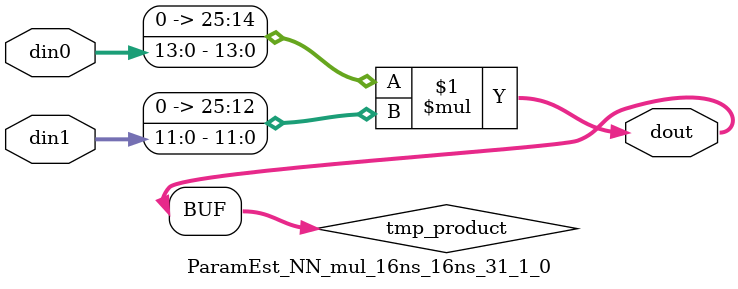
<source format=v>

`timescale 1 ns / 1 ps

  module ParamEst_NN_mul_16ns_16ns_31_1_0(din0, din1, dout);
parameter ID = 1;
parameter NUM_STAGE = 0;
parameter din0_WIDTH = 14;
parameter din1_WIDTH = 12;
parameter dout_WIDTH = 26;

input [din0_WIDTH - 1 : 0] din0; 
input [din1_WIDTH - 1 : 0] din1; 
output [dout_WIDTH - 1 : 0] dout;

wire signed [dout_WIDTH - 1 : 0] tmp_product;










assign tmp_product = $signed({1'b0, din0}) * $signed({1'b0, din1});











assign dout = tmp_product;







endmodule

</source>
